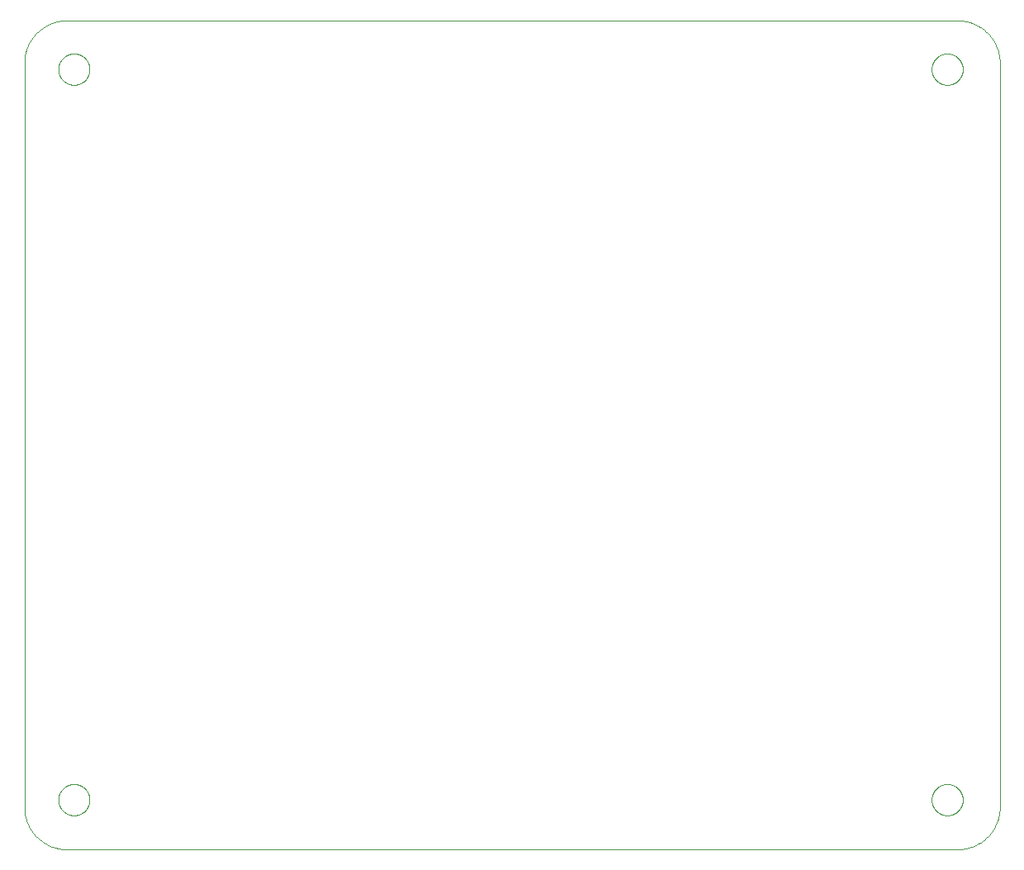
<source format=gbr>
G04 EAGLE Gerber RS-274X export*
G75*
%MOMM*%
%FSLAX34Y34*%
%LPD*%
%IN*%
%IPPOS*%
%AMOC8*
5,1,8,0,0,1.08239X$1,22.5*%
G01*
%ADD10C,0.000000*%


D10*
X0Y806820D02*
X0Y43180D01*
X13Y42137D01*
X50Y41094D01*
X113Y40052D01*
X202Y39013D01*
X315Y37975D01*
X453Y36941D01*
X616Y35910D01*
X804Y34884D01*
X1017Y33862D01*
X1255Y32846D01*
X1517Y31836D01*
X1803Y30833D01*
X2113Y29837D01*
X2448Y28848D01*
X2806Y27868D01*
X3188Y26897D01*
X3593Y25935D01*
X4021Y24984D01*
X4472Y24043D01*
X4946Y23113D01*
X5442Y22195D01*
X5960Y21289D01*
X6500Y20396D01*
X7061Y19517D01*
X7644Y18651D01*
X8247Y17799D01*
X8870Y16963D01*
X9514Y16141D01*
X10177Y15336D01*
X10859Y14546D01*
X11561Y13774D01*
X12280Y13018D01*
X13018Y12280D01*
X13774Y11561D01*
X14546Y10859D01*
X15336Y10177D01*
X16141Y9514D01*
X16963Y8870D01*
X17799Y8247D01*
X18651Y7644D01*
X19517Y7061D01*
X20396Y6500D01*
X21289Y5960D01*
X22195Y5442D01*
X23113Y4946D01*
X24043Y4472D01*
X24984Y4021D01*
X25935Y3593D01*
X26897Y3188D01*
X27868Y2806D01*
X28848Y2448D01*
X29837Y2113D01*
X30833Y1803D01*
X31836Y1517D01*
X32846Y1255D01*
X33862Y1017D01*
X34884Y804D01*
X35910Y616D01*
X36941Y453D01*
X37975Y315D01*
X39013Y202D01*
X40052Y113D01*
X41094Y50D01*
X42137Y13D01*
X43180Y0D01*
X956820Y0D01*
X957863Y13D01*
X958906Y50D01*
X959948Y113D01*
X960987Y202D01*
X962025Y315D01*
X963059Y453D01*
X964090Y616D01*
X965116Y804D01*
X966138Y1017D01*
X967154Y1255D01*
X968164Y1517D01*
X969167Y1803D01*
X970163Y2113D01*
X971152Y2448D01*
X972132Y2806D01*
X973103Y3188D01*
X974065Y3593D01*
X975016Y4021D01*
X975957Y4472D01*
X976887Y4946D01*
X977805Y5442D01*
X978711Y5960D01*
X979604Y6500D01*
X980483Y7061D01*
X981349Y7644D01*
X982201Y8247D01*
X983037Y8870D01*
X983859Y9514D01*
X984664Y10177D01*
X985454Y10859D01*
X986226Y11561D01*
X986982Y12280D01*
X987720Y13018D01*
X988439Y13774D01*
X989141Y14546D01*
X989823Y15336D01*
X990486Y16141D01*
X991130Y16963D01*
X991753Y17799D01*
X992356Y18651D01*
X992939Y19517D01*
X993500Y20396D01*
X994040Y21289D01*
X994558Y22195D01*
X995054Y23113D01*
X995528Y24043D01*
X995979Y24984D01*
X996407Y25935D01*
X996812Y26897D01*
X997194Y27868D01*
X997552Y28848D01*
X997887Y29837D01*
X998197Y30833D01*
X998483Y31836D01*
X998745Y32846D01*
X998983Y33862D01*
X999196Y34884D01*
X999384Y35910D01*
X999547Y36941D01*
X999685Y37975D01*
X999798Y39013D01*
X999887Y40052D01*
X999950Y41094D01*
X999987Y42137D01*
X1000000Y43180D01*
X1000000Y806820D01*
X999987Y807863D01*
X999950Y808906D01*
X999887Y809948D01*
X999798Y810987D01*
X999685Y812025D01*
X999547Y813059D01*
X999384Y814090D01*
X999196Y815116D01*
X998983Y816138D01*
X998745Y817154D01*
X998483Y818164D01*
X998197Y819167D01*
X997887Y820163D01*
X997552Y821152D01*
X997194Y822132D01*
X996812Y823103D01*
X996407Y824065D01*
X995979Y825016D01*
X995528Y825957D01*
X995054Y826887D01*
X994558Y827805D01*
X994040Y828711D01*
X993500Y829604D01*
X992939Y830483D01*
X992356Y831349D01*
X991753Y832201D01*
X991130Y833037D01*
X990486Y833859D01*
X989823Y834664D01*
X989141Y835454D01*
X988439Y836226D01*
X987720Y836982D01*
X986982Y837720D01*
X986226Y838439D01*
X985454Y839141D01*
X984664Y839823D01*
X983859Y840486D01*
X983037Y841130D01*
X982201Y841753D01*
X981349Y842356D01*
X980483Y842939D01*
X979604Y843500D01*
X978711Y844040D01*
X977805Y844558D01*
X976887Y845054D01*
X975957Y845528D01*
X975016Y845979D01*
X974065Y846407D01*
X973103Y846812D01*
X972132Y847194D01*
X971152Y847552D01*
X970163Y847887D01*
X969167Y848197D01*
X968164Y848483D01*
X967154Y848745D01*
X966138Y848983D01*
X965116Y849196D01*
X964090Y849384D01*
X963059Y849547D01*
X962025Y849685D01*
X960987Y849798D01*
X959948Y849887D01*
X958906Y849950D01*
X957863Y849987D01*
X956820Y850000D01*
X43180Y850000D01*
X42137Y849987D01*
X41094Y849950D01*
X40052Y849887D01*
X39013Y849798D01*
X37975Y849685D01*
X36941Y849547D01*
X35910Y849384D01*
X34884Y849196D01*
X33862Y848983D01*
X32846Y848745D01*
X31836Y848483D01*
X30833Y848197D01*
X29837Y847887D01*
X28848Y847552D01*
X27868Y847194D01*
X26897Y846812D01*
X25935Y846407D01*
X24984Y845979D01*
X24043Y845528D01*
X23113Y845054D01*
X22195Y844558D01*
X21289Y844040D01*
X20396Y843500D01*
X19517Y842939D01*
X18651Y842356D01*
X17799Y841753D01*
X16963Y841130D01*
X16141Y840486D01*
X15336Y839823D01*
X14546Y839141D01*
X13774Y838439D01*
X13018Y837720D01*
X12280Y836982D01*
X11561Y836226D01*
X10859Y835454D01*
X10177Y834664D01*
X9514Y833859D01*
X8870Y833037D01*
X8247Y832201D01*
X7644Y831349D01*
X7061Y830483D01*
X6500Y829604D01*
X5960Y828711D01*
X5442Y827805D01*
X4946Y826887D01*
X4472Y825957D01*
X4021Y825016D01*
X3593Y824065D01*
X3188Y823103D01*
X2806Y822132D01*
X2448Y821152D01*
X2113Y820163D01*
X1803Y819167D01*
X1517Y818164D01*
X1255Y817154D01*
X1017Y816138D01*
X804Y815116D01*
X616Y814090D01*
X453Y813059D01*
X315Y812025D01*
X202Y810987D01*
X113Y809948D01*
X50Y808906D01*
X13Y807863D01*
X0Y806820D01*
X34800Y50800D02*
X34805Y51193D01*
X34819Y51585D01*
X34843Y51977D01*
X34877Y52368D01*
X34920Y52759D01*
X34973Y53148D01*
X35036Y53535D01*
X35107Y53921D01*
X35189Y54306D01*
X35279Y54688D01*
X35380Y55067D01*
X35489Y55445D01*
X35608Y55819D01*
X35735Y56190D01*
X35872Y56558D01*
X36018Y56923D01*
X36173Y57284D01*
X36336Y57641D01*
X36508Y57994D01*
X36689Y58342D01*
X36879Y58686D01*
X37076Y59026D01*
X37282Y59360D01*
X37496Y59689D01*
X37719Y60013D01*
X37949Y60331D01*
X38186Y60644D01*
X38432Y60950D01*
X38685Y61251D01*
X38945Y61545D01*
X39212Y61833D01*
X39486Y62114D01*
X39767Y62388D01*
X40055Y62655D01*
X40349Y62915D01*
X40650Y63168D01*
X40956Y63414D01*
X41269Y63651D01*
X41587Y63881D01*
X41911Y64104D01*
X42240Y64318D01*
X42574Y64524D01*
X42914Y64721D01*
X43258Y64911D01*
X43606Y65092D01*
X43959Y65264D01*
X44316Y65427D01*
X44677Y65582D01*
X45042Y65728D01*
X45410Y65865D01*
X45781Y65992D01*
X46155Y66111D01*
X46533Y66220D01*
X46912Y66321D01*
X47294Y66411D01*
X47679Y66493D01*
X48065Y66564D01*
X48452Y66627D01*
X48841Y66680D01*
X49232Y66723D01*
X49623Y66757D01*
X50015Y66781D01*
X50407Y66795D01*
X50800Y66800D01*
X51193Y66795D01*
X51585Y66781D01*
X51977Y66757D01*
X52368Y66723D01*
X52759Y66680D01*
X53148Y66627D01*
X53535Y66564D01*
X53921Y66493D01*
X54306Y66411D01*
X54688Y66321D01*
X55067Y66220D01*
X55445Y66111D01*
X55819Y65992D01*
X56190Y65865D01*
X56558Y65728D01*
X56923Y65582D01*
X57284Y65427D01*
X57641Y65264D01*
X57994Y65092D01*
X58342Y64911D01*
X58686Y64721D01*
X59026Y64524D01*
X59360Y64318D01*
X59689Y64104D01*
X60013Y63881D01*
X60331Y63651D01*
X60644Y63414D01*
X60950Y63168D01*
X61251Y62915D01*
X61545Y62655D01*
X61833Y62388D01*
X62114Y62114D01*
X62388Y61833D01*
X62655Y61545D01*
X62915Y61251D01*
X63168Y60950D01*
X63414Y60644D01*
X63651Y60331D01*
X63881Y60013D01*
X64104Y59689D01*
X64318Y59360D01*
X64524Y59026D01*
X64721Y58686D01*
X64911Y58342D01*
X65092Y57994D01*
X65264Y57641D01*
X65427Y57284D01*
X65582Y56923D01*
X65728Y56558D01*
X65865Y56190D01*
X65992Y55819D01*
X66111Y55445D01*
X66220Y55067D01*
X66321Y54688D01*
X66411Y54306D01*
X66493Y53921D01*
X66564Y53535D01*
X66627Y53148D01*
X66680Y52759D01*
X66723Y52368D01*
X66757Y51977D01*
X66781Y51585D01*
X66795Y51193D01*
X66800Y50800D01*
X66795Y50407D01*
X66781Y50015D01*
X66757Y49623D01*
X66723Y49232D01*
X66680Y48841D01*
X66627Y48452D01*
X66564Y48065D01*
X66493Y47679D01*
X66411Y47294D01*
X66321Y46912D01*
X66220Y46533D01*
X66111Y46155D01*
X65992Y45781D01*
X65865Y45410D01*
X65728Y45042D01*
X65582Y44677D01*
X65427Y44316D01*
X65264Y43959D01*
X65092Y43606D01*
X64911Y43258D01*
X64721Y42914D01*
X64524Y42574D01*
X64318Y42240D01*
X64104Y41911D01*
X63881Y41587D01*
X63651Y41269D01*
X63414Y40956D01*
X63168Y40650D01*
X62915Y40349D01*
X62655Y40055D01*
X62388Y39767D01*
X62114Y39486D01*
X61833Y39212D01*
X61545Y38945D01*
X61251Y38685D01*
X60950Y38432D01*
X60644Y38186D01*
X60331Y37949D01*
X60013Y37719D01*
X59689Y37496D01*
X59360Y37282D01*
X59026Y37076D01*
X58686Y36879D01*
X58342Y36689D01*
X57994Y36508D01*
X57641Y36336D01*
X57284Y36173D01*
X56923Y36018D01*
X56558Y35872D01*
X56190Y35735D01*
X55819Y35608D01*
X55445Y35489D01*
X55067Y35380D01*
X54688Y35279D01*
X54306Y35189D01*
X53921Y35107D01*
X53535Y35036D01*
X53148Y34973D01*
X52759Y34920D01*
X52368Y34877D01*
X51977Y34843D01*
X51585Y34819D01*
X51193Y34805D01*
X50800Y34800D01*
X50407Y34805D01*
X50015Y34819D01*
X49623Y34843D01*
X49232Y34877D01*
X48841Y34920D01*
X48452Y34973D01*
X48065Y35036D01*
X47679Y35107D01*
X47294Y35189D01*
X46912Y35279D01*
X46533Y35380D01*
X46155Y35489D01*
X45781Y35608D01*
X45410Y35735D01*
X45042Y35872D01*
X44677Y36018D01*
X44316Y36173D01*
X43959Y36336D01*
X43606Y36508D01*
X43258Y36689D01*
X42914Y36879D01*
X42574Y37076D01*
X42240Y37282D01*
X41911Y37496D01*
X41587Y37719D01*
X41269Y37949D01*
X40956Y38186D01*
X40650Y38432D01*
X40349Y38685D01*
X40055Y38945D01*
X39767Y39212D01*
X39486Y39486D01*
X39212Y39767D01*
X38945Y40055D01*
X38685Y40349D01*
X38432Y40650D01*
X38186Y40956D01*
X37949Y41269D01*
X37719Y41587D01*
X37496Y41911D01*
X37282Y42240D01*
X37076Y42574D01*
X36879Y42914D01*
X36689Y43258D01*
X36508Y43606D01*
X36336Y43959D01*
X36173Y44316D01*
X36018Y44677D01*
X35872Y45042D01*
X35735Y45410D01*
X35608Y45781D01*
X35489Y46155D01*
X35380Y46533D01*
X35279Y46912D01*
X35189Y47294D01*
X35107Y47679D01*
X35036Y48065D01*
X34973Y48452D01*
X34920Y48841D01*
X34877Y49232D01*
X34843Y49623D01*
X34819Y50015D01*
X34805Y50407D01*
X34800Y50800D01*
X930150Y50800D02*
X930155Y51193D01*
X930169Y51585D01*
X930193Y51977D01*
X930227Y52368D01*
X930270Y52759D01*
X930323Y53148D01*
X930386Y53535D01*
X930457Y53921D01*
X930539Y54306D01*
X930629Y54688D01*
X930730Y55067D01*
X930839Y55445D01*
X930958Y55819D01*
X931085Y56190D01*
X931222Y56558D01*
X931368Y56923D01*
X931523Y57284D01*
X931686Y57641D01*
X931858Y57994D01*
X932039Y58342D01*
X932229Y58686D01*
X932426Y59026D01*
X932632Y59360D01*
X932846Y59689D01*
X933069Y60013D01*
X933299Y60331D01*
X933536Y60644D01*
X933782Y60950D01*
X934035Y61251D01*
X934295Y61545D01*
X934562Y61833D01*
X934836Y62114D01*
X935117Y62388D01*
X935405Y62655D01*
X935699Y62915D01*
X936000Y63168D01*
X936306Y63414D01*
X936619Y63651D01*
X936937Y63881D01*
X937261Y64104D01*
X937590Y64318D01*
X937924Y64524D01*
X938264Y64721D01*
X938608Y64911D01*
X938956Y65092D01*
X939309Y65264D01*
X939666Y65427D01*
X940027Y65582D01*
X940392Y65728D01*
X940760Y65865D01*
X941131Y65992D01*
X941505Y66111D01*
X941883Y66220D01*
X942262Y66321D01*
X942644Y66411D01*
X943029Y66493D01*
X943415Y66564D01*
X943802Y66627D01*
X944191Y66680D01*
X944582Y66723D01*
X944973Y66757D01*
X945365Y66781D01*
X945757Y66795D01*
X946150Y66800D01*
X946543Y66795D01*
X946935Y66781D01*
X947327Y66757D01*
X947718Y66723D01*
X948109Y66680D01*
X948498Y66627D01*
X948885Y66564D01*
X949271Y66493D01*
X949656Y66411D01*
X950038Y66321D01*
X950417Y66220D01*
X950795Y66111D01*
X951169Y65992D01*
X951540Y65865D01*
X951908Y65728D01*
X952273Y65582D01*
X952634Y65427D01*
X952991Y65264D01*
X953344Y65092D01*
X953692Y64911D01*
X954036Y64721D01*
X954376Y64524D01*
X954710Y64318D01*
X955039Y64104D01*
X955363Y63881D01*
X955681Y63651D01*
X955994Y63414D01*
X956300Y63168D01*
X956601Y62915D01*
X956895Y62655D01*
X957183Y62388D01*
X957464Y62114D01*
X957738Y61833D01*
X958005Y61545D01*
X958265Y61251D01*
X958518Y60950D01*
X958764Y60644D01*
X959001Y60331D01*
X959231Y60013D01*
X959454Y59689D01*
X959668Y59360D01*
X959874Y59026D01*
X960071Y58686D01*
X960261Y58342D01*
X960442Y57994D01*
X960614Y57641D01*
X960777Y57284D01*
X960932Y56923D01*
X961078Y56558D01*
X961215Y56190D01*
X961342Y55819D01*
X961461Y55445D01*
X961570Y55067D01*
X961671Y54688D01*
X961761Y54306D01*
X961843Y53921D01*
X961914Y53535D01*
X961977Y53148D01*
X962030Y52759D01*
X962073Y52368D01*
X962107Y51977D01*
X962131Y51585D01*
X962145Y51193D01*
X962150Y50800D01*
X962145Y50407D01*
X962131Y50015D01*
X962107Y49623D01*
X962073Y49232D01*
X962030Y48841D01*
X961977Y48452D01*
X961914Y48065D01*
X961843Y47679D01*
X961761Y47294D01*
X961671Y46912D01*
X961570Y46533D01*
X961461Y46155D01*
X961342Y45781D01*
X961215Y45410D01*
X961078Y45042D01*
X960932Y44677D01*
X960777Y44316D01*
X960614Y43959D01*
X960442Y43606D01*
X960261Y43258D01*
X960071Y42914D01*
X959874Y42574D01*
X959668Y42240D01*
X959454Y41911D01*
X959231Y41587D01*
X959001Y41269D01*
X958764Y40956D01*
X958518Y40650D01*
X958265Y40349D01*
X958005Y40055D01*
X957738Y39767D01*
X957464Y39486D01*
X957183Y39212D01*
X956895Y38945D01*
X956601Y38685D01*
X956300Y38432D01*
X955994Y38186D01*
X955681Y37949D01*
X955363Y37719D01*
X955039Y37496D01*
X954710Y37282D01*
X954376Y37076D01*
X954036Y36879D01*
X953692Y36689D01*
X953344Y36508D01*
X952991Y36336D01*
X952634Y36173D01*
X952273Y36018D01*
X951908Y35872D01*
X951540Y35735D01*
X951169Y35608D01*
X950795Y35489D01*
X950417Y35380D01*
X950038Y35279D01*
X949656Y35189D01*
X949271Y35107D01*
X948885Y35036D01*
X948498Y34973D01*
X948109Y34920D01*
X947718Y34877D01*
X947327Y34843D01*
X946935Y34819D01*
X946543Y34805D01*
X946150Y34800D01*
X945757Y34805D01*
X945365Y34819D01*
X944973Y34843D01*
X944582Y34877D01*
X944191Y34920D01*
X943802Y34973D01*
X943415Y35036D01*
X943029Y35107D01*
X942644Y35189D01*
X942262Y35279D01*
X941883Y35380D01*
X941505Y35489D01*
X941131Y35608D01*
X940760Y35735D01*
X940392Y35872D01*
X940027Y36018D01*
X939666Y36173D01*
X939309Y36336D01*
X938956Y36508D01*
X938608Y36689D01*
X938264Y36879D01*
X937924Y37076D01*
X937590Y37282D01*
X937261Y37496D01*
X936937Y37719D01*
X936619Y37949D01*
X936306Y38186D01*
X936000Y38432D01*
X935699Y38685D01*
X935405Y38945D01*
X935117Y39212D01*
X934836Y39486D01*
X934562Y39767D01*
X934295Y40055D01*
X934035Y40349D01*
X933782Y40650D01*
X933536Y40956D01*
X933299Y41269D01*
X933069Y41587D01*
X932846Y41911D01*
X932632Y42240D01*
X932426Y42574D01*
X932229Y42914D01*
X932039Y43258D01*
X931858Y43606D01*
X931686Y43959D01*
X931523Y44316D01*
X931368Y44677D01*
X931222Y45042D01*
X931085Y45410D01*
X930958Y45781D01*
X930839Y46155D01*
X930730Y46533D01*
X930629Y46912D01*
X930539Y47294D01*
X930457Y47679D01*
X930386Y48065D01*
X930323Y48452D01*
X930270Y48841D01*
X930227Y49232D01*
X930193Y49623D01*
X930169Y50015D01*
X930155Y50407D01*
X930150Y50800D01*
X34800Y800100D02*
X34805Y800493D01*
X34819Y800885D01*
X34843Y801277D01*
X34877Y801668D01*
X34920Y802059D01*
X34973Y802448D01*
X35036Y802835D01*
X35107Y803221D01*
X35189Y803606D01*
X35279Y803988D01*
X35380Y804367D01*
X35489Y804745D01*
X35608Y805119D01*
X35735Y805490D01*
X35872Y805858D01*
X36018Y806223D01*
X36173Y806584D01*
X36336Y806941D01*
X36508Y807294D01*
X36689Y807642D01*
X36879Y807986D01*
X37076Y808326D01*
X37282Y808660D01*
X37496Y808989D01*
X37719Y809313D01*
X37949Y809631D01*
X38186Y809944D01*
X38432Y810250D01*
X38685Y810551D01*
X38945Y810845D01*
X39212Y811133D01*
X39486Y811414D01*
X39767Y811688D01*
X40055Y811955D01*
X40349Y812215D01*
X40650Y812468D01*
X40956Y812714D01*
X41269Y812951D01*
X41587Y813181D01*
X41911Y813404D01*
X42240Y813618D01*
X42574Y813824D01*
X42914Y814021D01*
X43258Y814211D01*
X43606Y814392D01*
X43959Y814564D01*
X44316Y814727D01*
X44677Y814882D01*
X45042Y815028D01*
X45410Y815165D01*
X45781Y815292D01*
X46155Y815411D01*
X46533Y815520D01*
X46912Y815621D01*
X47294Y815711D01*
X47679Y815793D01*
X48065Y815864D01*
X48452Y815927D01*
X48841Y815980D01*
X49232Y816023D01*
X49623Y816057D01*
X50015Y816081D01*
X50407Y816095D01*
X50800Y816100D01*
X51193Y816095D01*
X51585Y816081D01*
X51977Y816057D01*
X52368Y816023D01*
X52759Y815980D01*
X53148Y815927D01*
X53535Y815864D01*
X53921Y815793D01*
X54306Y815711D01*
X54688Y815621D01*
X55067Y815520D01*
X55445Y815411D01*
X55819Y815292D01*
X56190Y815165D01*
X56558Y815028D01*
X56923Y814882D01*
X57284Y814727D01*
X57641Y814564D01*
X57994Y814392D01*
X58342Y814211D01*
X58686Y814021D01*
X59026Y813824D01*
X59360Y813618D01*
X59689Y813404D01*
X60013Y813181D01*
X60331Y812951D01*
X60644Y812714D01*
X60950Y812468D01*
X61251Y812215D01*
X61545Y811955D01*
X61833Y811688D01*
X62114Y811414D01*
X62388Y811133D01*
X62655Y810845D01*
X62915Y810551D01*
X63168Y810250D01*
X63414Y809944D01*
X63651Y809631D01*
X63881Y809313D01*
X64104Y808989D01*
X64318Y808660D01*
X64524Y808326D01*
X64721Y807986D01*
X64911Y807642D01*
X65092Y807294D01*
X65264Y806941D01*
X65427Y806584D01*
X65582Y806223D01*
X65728Y805858D01*
X65865Y805490D01*
X65992Y805119D01*
X66111Y804745D01*
X66220Y804367D01*
X66321Y803988D01*
X66411Y803606D01*
X66493Y803221D01*
X66564Y802835D01*
X66627Y802448D01*
X66680Y802059D01*
X66723Y801668D01*
X66757Y801277D01*
X66781Y800885D01*
X66795Y800493D01*
X66800Y800100D01*
X66795Y799707D01*
X66781Y799315D01*
X66757Y798923D01*
X66723Y798532D01*
X66680Y798141D01*
X66627Y797752D01*
X66564Y797365D01*
X66493Y796979D01*
X66411Y796594D01*
X66321Y796212D01*
X66220Y795833D01*
X66111Y795455D01*
X65992Y795081D01*
X65865Y794710D01*
X65728Y794342D01*
X65582Y793977D01*
X65427Y793616D01*
X65264Y793259D01*
X65092Y792906D01*
X64911Y792558D01*
X64721Y792214D01*
X64524Y791874D01*
X64318Y791540D01*
X64104Y791211D01*
X63881Y790887D01*
X63651Y790569D01*
X63414Y790256D01*
X63168Y789950D01*
X62915Y789649D01*
X62655Y789355D01*
X62388Y789067D01*
X62114Y788786D01*
X61833Y788512D01*
X61545Y788245D01*
X61251Y787985D01*
X60950Y787732D01*
X60644Y787486D01*
X60331Y787249D01*
X60013Y787019D01*
X59689Y786796D01*
X59360Y786582D01*
X59026Y786376D01*
X58686Y786179D01*
X58342Y785989D01*
X57994Y785808D01*
X57641Y785636D01*
X57284Y785473D01*
X56923Y785318D01*
X56558Y785172D01*
X56190Y785035D01*
X55819Y784908D01*
X55445Y784789D01*
X55067Y784680D01*
X54688Y784579D01*
X54306Y784489D01*
X53921Y784407D01*
X53535Y784336D01*
X53148Y784273D01*
X52759Y784220D01*
X52368Y784177D01*
X51977Y784143D01*
X51585Y784119D01*
X51193Y784105D01*
X50800Y784100D01*
X50407Y784105D01*
X50015Y784119D01*
X49623Y784143D01*
X49232Y784177D01*
X48841Y784220D01*
X48452Y784273D01*
X48065Y784336D01*
X47679Y784407D01*
X47294Y784489D01*
X46912Y784579D01*
X46533Y784680D01*
X46155Y784789D01*
X45781Y784908D01*
X45410Y785035D01*
X45042Y785172D01*
X44677Y785318D01*
X44316Y785473D01*
X43959Y785636D01*
X43606Y785808D01*
X43258Y785989D01*
X42914Y786179D01*
X42574Y786376D01*
X42240Y786582D01*
X41911Y786796D01*
X41587Y787019D01*
X41269Y787249D01*
X40956Y787486D01*
X40650Y787732D01*
X40349Y787985D01*
X40055Y788245D01*
X39767Y788512D01*
X39486Y788786D01*
X39212Y789067D01*
X38945Y789355D01*
X38685Y789649D01*
X38432Y789950D01*
X38186Y790256D01*
X37949Y790569D01*
X37719Y790887D01*
X37496Y791211D01*
X37282Y791540D01*
X37076Y791874D01*
X36879Y792214D01*
X36689Y792558D01*
X36508Y792906D01*
X36336Y793259D01*
X36173Y793616D01*
X36018Y793977D01*
X35872Y794342D01*
X35735Y794710D01*
X35608Y795081D01*
X35489Y795455D01*
X35380Y795833D01*
X35279Y796212D01*
X35189Y796594D01*
X35107Y796979D01*
X35036Y797365D01*
X34973Y797752D01*
X34920Y798141D01*
X34877Y798532D01*
X34843Y798923D01*
X34819Y799315D01*
X34805Y799707D01*
X34800Y800100D01*
X930150Y800100D02*
X930155Y800493D01*
X930169Y800885D01*
X930193Y801277D01*
X930227Y801668D01*
X930270Y802059D01*
X930323Y802448D01*
X930386Y802835D01*
X930457Y803221D01*
X930539Y803606D01*
X930629Y803988D01*
X930730Y804367D01*
X930839Y804745D01*
X930958Y805119D01*
X931085Y805490D01*
X931222Y805858D01*
X931368Y806223D01*
X931523Y806584D01*
X931686Y806941D01*
X931858Y807294D01*
X932039Y807642D01*
X932229Y807986D01*
X932426Y808326D01*
X932632Y808660D01*
X932846Y808989D01*
X933069Y809313D01*
X933299Y809631D01*
X933536Y809944D01*
X933782Y810250D01*
X934035Y810551D01*
X934295Y810845D01*
X934562Y811133D01*
X934836Y811414D01*
X935117Y811688D01*
X935405Y811955D01*
X935699Y812215D01*
X936000Y812468D01*
X936306Y812714D01*
X936619Y812951D01*
X936937Y813181D01*
X937261Y813404D01*
X937590Y813618D01*
X937924Y813824D01*
X938264Y814021D01*
X938608Y814211D01*
X938956Y814392D01*
X939309Y814564D01*
X939666Y814727D01*
X940027Y814882D01*
X940392Y815028D01*
X940760Y815165D01*
X941131Y815292D01*
X941505Y815411D01*
X941883Y815520D01*
X942262Y815621D01*
X942644Y815711D01*
X943029Y815793D01*
X943415Y815864D01*
X943802Y815927D01*
X944191Y815980D01*
X944582Y816023D01*
X944973Y816057D01*
X945365Y816081D01*
X945757Y816095D01*
X946150Y816100D01*
X946543Y816095D01*
X946935Y816081D01*
X947327Y816057D01*
X947718Y816023D01*
X948109Y815980D01*
X948498Y815927D01*
X948885Y815864D01*
X949271Y815793D01*
X949656Y815711D01*
X950038Y815621D01*
X950417Y815520D01*
X950795Y815411D01*
X951169Y815292D01*
X951540Y815165D01*
X951908Y815028D01*
X952273Y814882D01*
X952634Y814727D01*
X952991Y814564D01*
X953344Y814392D01*
X953692Y814211D01*
X954036Y814021D01*
X954376Y813824D01*
X954710Y813618D01*
X955039Y813404D01*
X955363Y813181D01*
X955681Y812951D01*
X955994Y812714D01*
X956300Y812468D01*
X956601Y812215D01*
X956895Y811955D01*
X957183Y811688D01*
X957464Y811414D01*
X957738Y811133D01*
X958005Y810845D01*
X958265Y810551D01*
X958518Y810250D01*
X958764Y809944D01*
X959001Y809631D01*
X959231Y809313D01*
X959454Y808989D01*
X959668Y808660D01*
X959874Y808326D01*
X960071Y807986D01*
X960261Y807642D01*
X960442Y807294D01*
X960614Y806941D01*
X960777Y806584D01*
X960932Y806223D01*
X961078Y805858D01*
X961215Y805490D01*
X961342Y805119D01*
X961461Y804745D01*
X961570Y804367D01*
X961671Y803988D01*
X961761Y803606D01*
X961843Y803221D01*
X961914Y802835D01*
X961977Y802448D01*
X962030Y802059D01*
X962073Y801668D01*
X962107Y801277D01*
X962131Y800885D01*
X962145Y800493D01*
X962150Y800100D01*
X962145Y799707D01*
X962131Y799315D01*
X962107Y798923D01*
X962073Y798532D01*
X962030Y798141D01*
X961977Y797752D01*
X961914Y797365D01*
X961843Y796979D01*
X961761Y796594D01*
X961671Y796212D01*
X961570Y795833D01*
X961461Y795455D01*
X961342Y795081D01*
X961215Y794710D01*
X961078Y794342D01*
X960932Y793977D01*
X960777Y793616D01*
X960614Y793259D01*
X960442Y792906D01*
X960261Y792558D01*
X960071Y792214D01*
X959874Y791874D01*
X959668Y791540D01*
X959454Y791211D01*
X959231Y790887D01*
X959001Y790569D01*
X958764Y790256D01*
X958518Y789950D01*
X958265Y789649D01*
X958005Y789355D01*
X957738Y789067D01*
X957464Y788786D01*
X957183Y788512D01*
X956895Y788245D01*
X956601Y787985D01*
X956300Y787732D01*
X955994Y787486D01*
X955681Y787249D01*
X955363Y787019D01*
X955039Y786796D01*
X954710Y786582D01*
X954376Y786376D01*
X954036Y786179D01*
X953692Y785989D01*
X953344Y785808D01*
X952991Y785636D01*
X952634Y785473D01*
X952273Y785318D01*
X951908Y785172D01*
X951540Y785035D01*
X951169Y784908D01*
X950795Y784789D01*
X950417Y784680D01*
X950038Y784579D01*
X949656Y784489D01*
X949271Y784407D01*
X948885Y784336D01*
X948498Y784273D01*
X948109Y784220D01*
X947718Y784177D01*
X947327Y784143D01*
X946935Y784119D01*
X946543Y784105D01*
X946150Y784100D01*
X945757Y784105D01*
X945365Y784119D01*
X944973Y784143D01*
X944582Y784177D01*
X944191Y784220D01*
X943802Y784273D01*
X943415Y784336D01*
X943029Y784407D01*
X942644Y784489D01*
X942262Y784579D01*
X941883Y784680D01*
X941505Y784789D01*
X941131Y784908D01*
X940760Y785035D01*
X940392Y785172D01*
X940027Y785318D01*
X939666Y785473D01*
X939309Y785636D01*
X938956Y785808D01*
X938608Y785989D01*
X938264Y786179D01*
X937924Y786376D01*
X937590Y786582D01*
X937261Y786796D01*
X936937Y787019D01*
X936619Y787249D01*
X936306Y787486D01*
X936000Y787732D01*
X935699Y787985D01*
X935405Y788245D01*
X935117Y788512D01*
X934836Y788786D01*
X934562Y789067D01*
X934295Y789355D01*
X934035Y789649D01*
X933782Y789950D01*
X933536Y790256D01*
X933299Y790569D01*
X933069Y790887D01*
X932846Y791211D01*
X932632Y791540D01*
X932426Y791874D01*
X932229Y792214D01*
X932039Y792558D01*
X931858Y792906D01*
X931686Y793259D01*
X931523Y793616D01*
X931368Y793977D01*
X931222Y794342D01*
X931085Y794710D01*
X930958Y795081D01*
X930839Y795455D01*
X930730Y795833D01*
X930629Y796212D01*
X930539Y796594D01*
X930457Y796979D01*
X930386Y797365D01*
X930323Y797752D01*
X930270Y798141D01*
X930227Y798532D01*
X930193Y798923D01*
X930169Y799315D01*
X930155Y799707D01*
X930150Y800100D01*
M02*

</source>
